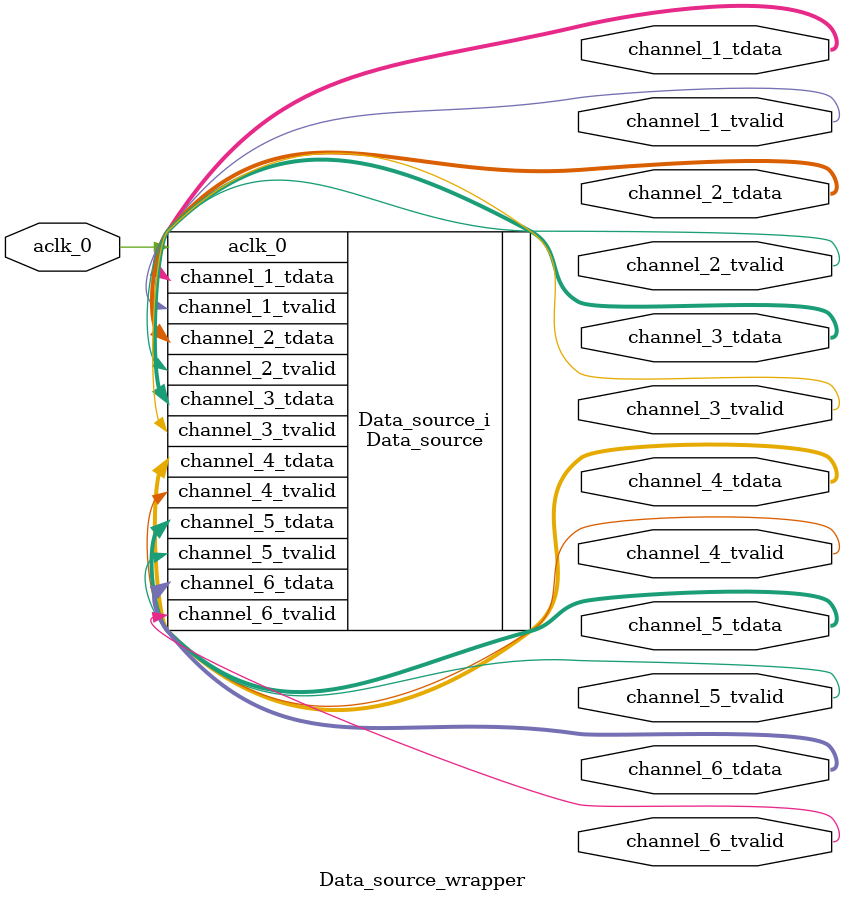
<source format=v>
`timescale 1 ps / 1 ps

module Data_source_wrapper(
    input wire aclk_0,
    output wire [15:0]channel_1_tdata,
    output wire channel_1_tvalid,
    output wire [15:0]channel_2_tdata,
    output wire channel_2_tvalid,
    output [15:0]channel_3_tdata,
    output wire channel_3_tvalid,
    output wire [15:0]channel_4_tdata,
    output wire channel_4_tvalid,
    output wire [15:0]channel_5_tdata,
    output wire channel_5_tvalid,
    output wire [15:0]channel_6_tdata,
    output wire channel_6_tvalid
);

    Data_source Data_source_i(
        .aclk_0(aclk_0),
        .channel_1_tdata(channel_1_tdata),
        .channel_1_tvalid(channel_1_tvalid),
        .channel_2_tdata(channel_2_tdata),
        .channel_2_tvalid(channel_2_tvalid),
        .channel_3_tdata(channel_3_tdata),
        .channel_3_tvalid(channel_3_tvalid),
        .channel_4_tdata(channel_4_tdata),
        .channel_4_tvalid(channel_4_tvalid),
        .channel_5_tdata(channel_5_tdata),
        .channel_5_tvalid(channel_5_tvalid),
        .channel_6_tdata(channel_6_tdata),
        .channel_6_tvalid(channel_6_tvalid)
    );
endmodule

</source>
